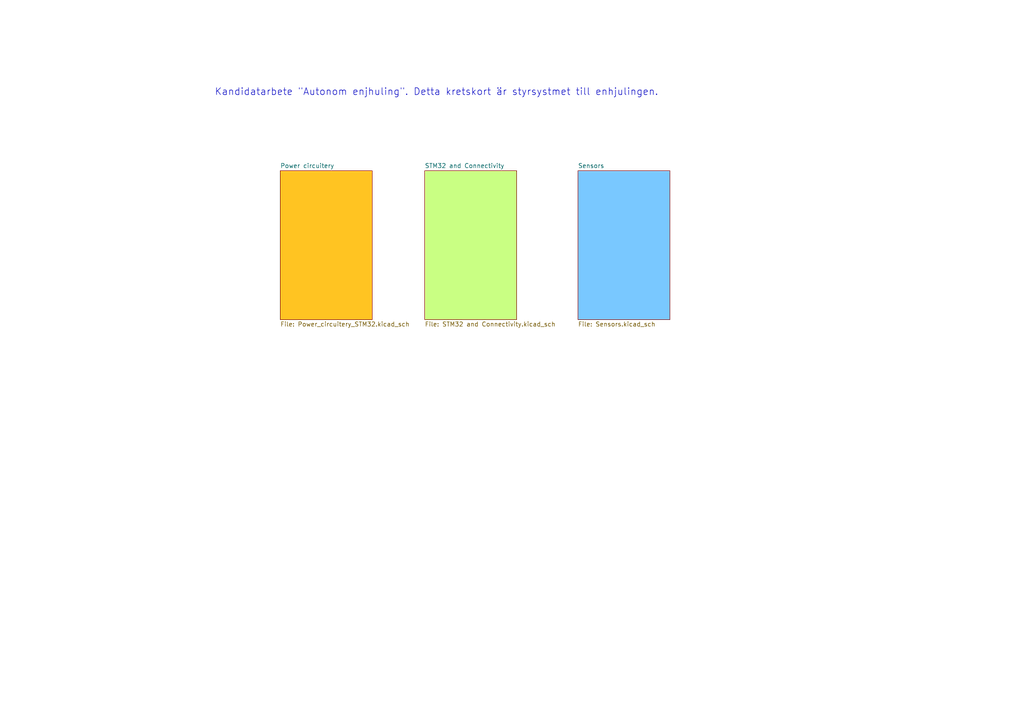
<source format=kicad_sch>
(kicad_sch (version 20230121) (generator eeschema)
  (paper "A4")
  (title_block (title "STM32 with Gyro-sensor kandidatarbete") (date "2023-02-03") (rev "1.0") (company "Chalmers"))
  (lib_symbols)
  (text "Kandidatarbete \"Autonom enjhuling\". Detta kretskort är styrsystmet till enhjulingen." (at 62.23 27.94 0) (effects (font (size 2 2)) (justify left bottom)))
  (sheet (at 123.19 49.53) (size 26.67 43.18) (stroke (width 0.1524)) (fill (color 201 255 131 1.0000))
    (property "Sheetname" "STM32 and Connectivity" (at 123.19 48.8184 0) (effects (justify left bottom)))
    (property "Sheetfile" "STM32 and Connectivity.kicad_sch" (at 123.19 93.2946 0) (effects (justify left top)))
  )
  (sheet (at 81.28 49.53) (size 26.67 43.18) (stroke (width 0.1524)) (fill (color 255 196 34 1.0000))
    (property "Sheetname" "Power circuitery" (at 81.28 48.8184 0) (effects (justify left bottom)))
    (property "Sheetfile" "Power_circuitery_STM32.kicad_sch" (at 81.28 93.2946 0) (effects (justify left top)))
  )
  (sheet (at 167.64 49.53) (size 26.67 43.18) (stroke (width 0.1524)) (fill (color 121 200 255 1.0000))
    (property "Sheetname" "Sensors" (at 167.64 48.8184 0) (effects (justify left bottom)))
    (property "Sheetfile" "Sensors.kicad_sch" (at 167.64 93.2946 0) (effects (justify left top)))
  )
)
</source>
